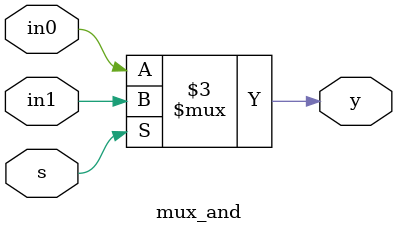
<source format=v>
module mux_and(in0,in1,s,y);
input in0,in1,s;
output reg y;
always@(in0 or in1 or s)//x is the select line
 begin
  if(s)
	  y=in1;
        // $display("%0d",y);
  else 
	  y=in0;
 end
endmodule

</source>
